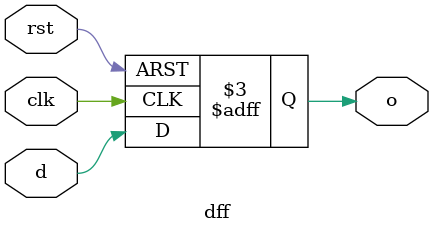
<source format=v>
module dff(clk, rst, d, o);
input clk, rst, d;
output reg o;

always@(posedge clk, negedge rst) begin
if(!rst)
o <= 0;
else o <= d;
end

endmodule

</source>
